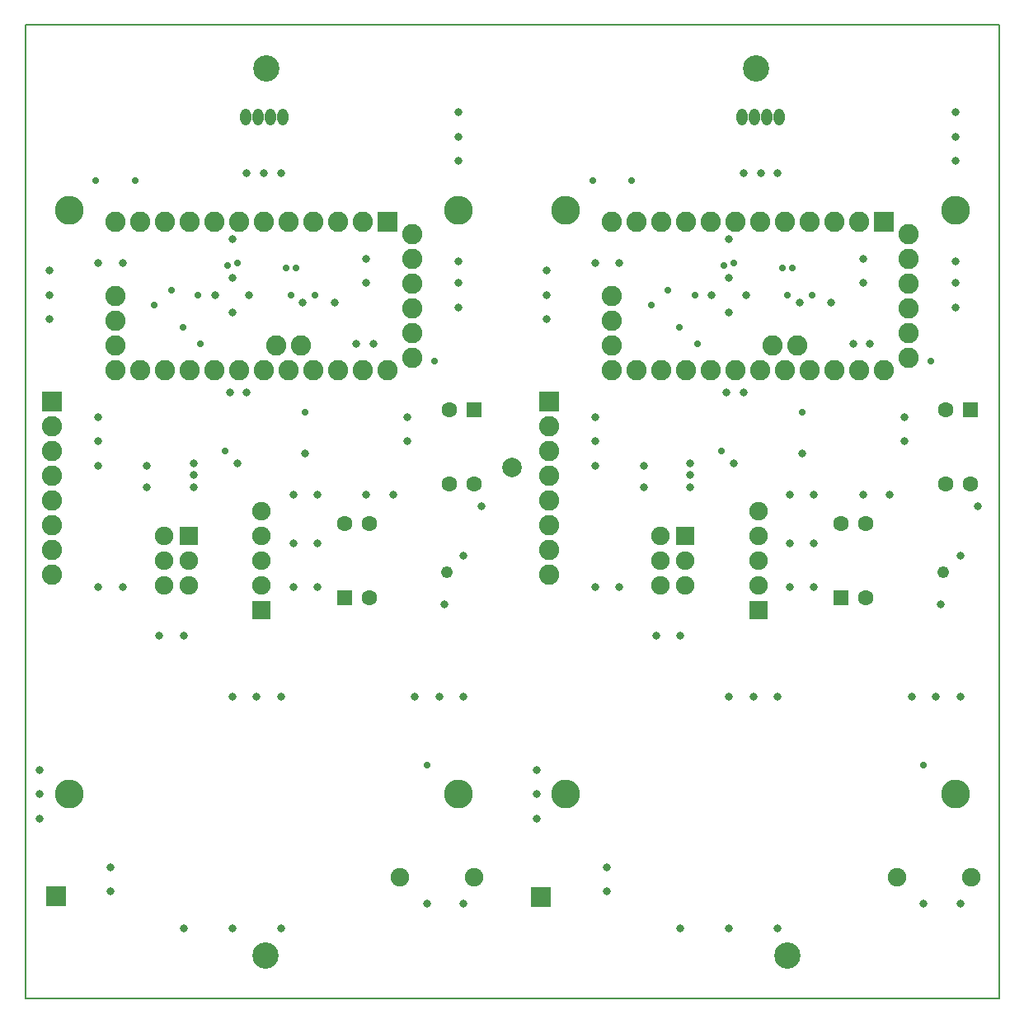
<source format=gbs>
G04*
G04 #@! TF.GenerationSoftware,Altium Limited,Altium Designer,21.3.2 (30)*
G04*
G04 Layer_Color=16711935*
%FSLAX25Y25*%
%MOIN*%
G70*
G04*
G04 #@! TF.SameCoordinates,6AF4B204-6769-45D0-A42D-1EC1730201C4*
G04*
G04*
G04 #@! TF.FilePolarity,Negative*
G04*
G01*
G75*
%ADD38C,0.00787*%
%ADD84C,0.10642*%
%ADD85R,0.07887X0.07887*%
%ADD86C,0.07887*%
%ADD87C,0.08200*%
%ADD88R,0.08200X0.08200*%
%ADD89C,0.07493*%
%ADD90C,0.06312*%
%ADD91R,0.06312X0.06312*%
%ADD92O,0.04343X0.06706*%
%ADD93R,0.07493X0.07493*%
%ADD94R,0.08200X0.08200*%
%ADD95C,0.11627*%
%ADD96C,0.02800*%
%ADD97C,0.03300*%
%ADD98C,0.04800*%
D38*
X0Y0D02*
Y393701D01*
X393701D01*
Y0D02*
Y393701D01*
X0Y0D02*
X393701D01*
D84*
X308000Y17500D02*
D03*
X97000D02*
D03*
X295500Y376000D02*
D03*
X97500D02*
D03*
D85*
X12313Y41253D02*
D03*
X208575Y41227D02*
D03*
D86*
X196863Y214578D02*
D03*
D87*
X10827Y171260D02*
D03*
Y181260D02*
D03*
Y191260D02*
D03*
Y201260D02*
D03*
Y211260D02*
D03*
Y221260D02*
D03*
Y231260D02*
D03*
X136417Y313976D02*
D03*
X126417D02*
D03*
X116417D02*
D03*
X106417D02*
D03*
X96417D02*
D03*
X86417D02*
D03*
X76417D02*
D03*
X66417D02*
D03*
X56417D02*
D03*
X46417D02*
D03*
X36417D02*
D03*
Y253976D02*
D03*
X46417D02*
D03*
X56417D02*
D03*
X66417D02*
D03*
X76417D02*
D03*
X86417D02*
D03*
X96417D02*
D03*
X106417D02*
D03*
X116417D02*
D03*
X126417D02*
D03*
X136417D02*
D03*
X146417D02*
D03*
X156417Y258976D02*
D03*
Y268976D02*
D03*
Y278976D02*
D03*
Y288976D02*
D03*
Y298976D02*
D03*
Y308976D02*
D03*
X36417Y263976D02*
D03*
Y273976D02*
D03*
Y283976D02*
D03*
X101417Y263976D02*
D03*
X111417D02*
D03*
X211614Y171260D02*
D03*
Y181260D02*
D03*
Y191260D02*
D03*
Y201260D02*
D03*
Y211260D02*
D03*
Y221260D02*
D03*
Y231260D02*
D03*
X337205Y313976D02*
D03*
X327205D02*
D03*
X317205D02*
D03*
X307205D02*
D03*
X297205D02*
D03*
X287205D02*
D03*
X277205D02*
D03*
X267205D02*
D03*
X257205D02*
D03*
X247205D02*
D03*
X237205D02*
D03*
Y253976D02*
D03*
X247205D02*
D03*
X257205D02*
D03*
X267205D02*
D03*
X277205D02*
D03*
X287205D02*
D03*
X297205D02*
D03*
X307205D02*
D03*
X317205D02*
D03*
X327205D02*
D03*
X337205D02*
D03*
X347205D02*
D03*
X357205Y258976D02*
D03*
Y268976D02*
D03*
Y278976D02*
D03*
Y288976D02*
D03*
Y298976D02*
D03*
Y308976D02*
D03*
X237205Y263976D02*
D03*
Y273976D02*
D03*
Y283976D02*
D03*
X302205Y263976D02*
D03*
X312205D02*
D03*
D88*
X10827Y241260D02*
D03*
X211614D02*
D03*
D89*
X181496Y49213D02*
D03*
X151575D02*
D03*
X56102Y187165D02*
D03*
Y177165D02*
D03*
Y167165D02*
D03*
X66102Y177165D02*
D03*
Y167165D02*
D03*
X95472Y197165D02*
D03*
Y187165D02*
D03*
Y167165D02*
D03*
Y177165D02*
D03*
X382283Y49213D02*
D03*
X352362D02*
D03*
X256890Y187165D02*
D03*
Y177165D02*
D03*
Y167165D02*
D03*
X266890Y177165D02*
D03*
Y167165D02*
D03*
X296260Y197165D02*
D03*
Y187165D02*
D03*
Y167165D02*
D03*
Y177165D02*
D03*
D90*
X171260Y208189D02*
D03*
X181260D02*
D03*
X171260Y238189D02*
D03*
X138937Y161929D02*
D03*
X128937Y191929D02*
D03*
X138937D02*
D03*
X372047Y208189D02*
D03*
X382047D02*
D03*
X372047Y238189D02*
D03*
X339724Y161929D02*
D03*
X329724Y191929D02*
D03*
X339724D02*
D03*
D91*
X181260Y238189D02*
D03*
X128937Y161929D02*
D03*
X382047Y238189D02*
D03*
X329724Y161929D02*
D03*
D92*
X98957Y356299D02*
D03*
X93957D02*
D03*
X88957D02*
D03*
X103957D02*
D03*
X299744D02*
D03*
X294744D02*
D03*
X289744D02*
D03*
X304744D02*
D03*
D93*
X66102Y187165D02*
D03*
X95472Y157165D02*
D03*
X266890Y187165D02*
D03*
X296260Y157165D02*
D03*
D94*
X146417Y313976D02*
D03*
X347205D02*
D03*
D95*
X17717Y82677D02*
D03*
X175197D02*
D03*
X175197Y318898D02*
D03*
X17717D02*
D03*
X218504Y82677D02*
D03*
X375984D02*
D03*
X375984Y318898D02*
D03*
X218504D02*
D03*
D96*
X52165Y280512D02*
D03*
X59055Y286417D02*
D03*
X69882Y284449D02*
D03*
X117126D02*
D03*
X107283D02*
D03*
X105315Y295276D02*
D03*
X109252D02*
D03*
X63703Y271313D02*
D03*
X70866Y264764D02*
D03*
X28543Y330709D02*
D03*
X44291D02*
D03*
X81693Y296260D02*
D03*
X85630Y297244D02*
D03*
X162402Y94488D02*
D03*
X165354Y257874D02*
D03*
X80709Y221457D02*
D03*
X113189Y237205D02*
D03*
X252953Y280512D02*
D03*
X259842Y286417D02*
D03*
X270669Y284449D02*
D03*
X317913D02*
D03*
X308071D02*
D03*
X306102Y295276D02*
D03*
X310039D02*
D03*
X264490Y271313D02*
D03*
X271654Y264764D02*
D03*
X229331Y330709D02*
D03*
X245079D02*
D03*
X282480Y296260D02*
D03*
X286417Y297244D02*
D03*
X363189Y94488D02*
D03*
X366142Y257874D02*
D03*
X281496Y221457D02*
D03*
X313976Y237205D02*
D03*
D97*
X184375Y198925D02*
D03*
X89567Y245079D02*
D03*
X82677D02*
D03*
X133858Y264764D02*
D03*
X140755Y264832D02*
D03*
X154528Y225394D02*
D03*
Y235236D02*
D03*
X113189Y220472D02*
D03*
X148622Y203740D02*
D03*
X137795D02*
D03*
X177165Y179134D02*
D03*
X169291Y159449D02*
D03*
X118110Y166339D02*
D03*
X108268D02*
D03*
X118110Y203740D02*
D03*
X108268D02*
D03*
X118110Y184055D02*
D03*
X108268D02*
D03*
X177165Y122047D02*
D03*
X167323D02*
D03*
X157480D02*
D03*
X177165Y38386D02*
D03*
X162402D02*
D03*
X103347Y28543D02*
D03*
X83661D02*
D03*
X63976D02*
D03*
X34449Y43307D02*
D03*
Y53150D02*
D03*
X5906Y72835D02*
D03*
Y82677D02*
D03*
Y92520D02*
D03*
X103347Y122047D02*
D03*
X93504D02*
D03*
X83661D02*
D03*
X63976Y146653D02*
D03*
X54134D02*
D03*
X39370Y166339D02*
D03*
X29528D02*
D03*
X49213Y206693D02*
D03*
Y215551D02*
D03*
X29528D02*
D03*
Y225394D02*
D03*
Y235236D02*
D03*
X9843Y274606D02*
D03*
Y284449D02*
D03*
Y294291D02*
D03*
X29528Y297244D02*
D03*
X39370D02*
D03*
X83661Y307087D02*
D03*
X112205Y281496D02*
D03*
X125000D02*
D03*
X137795Y289370D02*
D03*
Y299213D02*
D03*
X175197Y279528D02*
D03*
Y289370D02*
D03*
Y298228D02*
D03*
Y338583D02*
D03*
Y348425D02*
D03*
Y358268D02*
D03*
X89567Y333661D02*
D03*
X96457D02*
D03*
X103347D02*
D03*
X83661Y277559D02*
D03*
X90551Y284449D02*
D03*
X83661Y291339D02*
D03*
X76772Y284449D02*
D03*
X85630Y216535D02*
D03*
X67913Y206693D02*
D03*
Y211614D02*
D03*
Y216535D02*
D03*
X385163Y198925D02*
D03*
X290354Y245079D02*
D03*
X283465D02*
D03*
X334646Y264764D02*
D03*
X341543Y264832D02*
D03*
X355315Y225394D02*
D03*
Y235236D02*
D03*
X313976Y220472D02*
D03*
X349410Y203740D02*
D03*
X338583D02*
D03*
X377953Y179134D02*
D03*
X370079Y159449D02*
D03*
X318898Y166339D02*
D03*
X309055D02*
D03*
X318898Y203740D02*
D03*
X309055D02*
D03*
X318898Y184055D02*
D03*
X309055D02*
D03*
X377953Y122047D02*
D03*
X368110D02*
D03*
X358268D02*
D03*
X377953Y38386D02*
D03*
X363189D02*
D03*
X304134Y28543D02*
D03*
X284449D02*
D03*
X264764D02*
D03*
X235236Y43307D02*
D03*
Y53150D02*
D03*
X206693Y72835D02*
D03*
Y82677D02*
D03*
Y92520D02*
D03*
X304134Y122047D02*
D03*
X294291D02*
D03*
X284449D02*
D03*
X264764Y146653D02*
D03*
X254921D02*
D03*
X240158Y166339D02*
D03*
X230315D02*
D03*
X250000Y206693D02*
D03*
Y215551D02*
D03*
X230315D02*
D03*
Y225394D02*
D03*
Y235236D02*
D03*
X210630Y274606D02*
D03*
Y284449D02*
D03*
Y294291D02*
D03*
X230315Y297244D02*
D03*
X240158D02*
D03*
X284449Y307087D02*
D03*
X312992Y281496D02*
D03*
X325787D02*
D03*
X338583Y289370D02*
D03*
Y299213D02*
D03*
X375984Y279528D02*
D03*
Y289370D02*
D03*
Y298228D02*
D03*
Y338583D02*
D03*
Y348425D02*
D03*
Y358268D02*
D03*
X290354Y333661D02*
D03*
X297244D02*
D03*
X304134D02*
D03*
X284449Y277559D02*
D03*
X291339Y284449D02*
D03*
X284449Y291339D02*
D03*
X277559Y284449D02*
D03*
X286417Y216535D02*
D03*
X268701Y206693D02*
D03*
Y211614D02*
D03*
Y216535D02*
D03*
D98*
X170276Y172244D02*
D03*
X371063D02*
D03*
M02*

</source>
